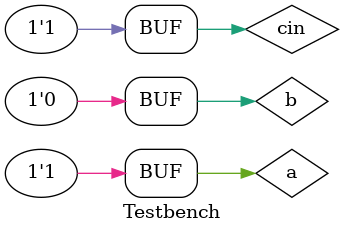
<source format=v>
`timescale 1 ns/10ps

module Testbench;
	reg a, b, cin;
	wire s, cout;
	
	RippleCarryAdder UUT (a, b, cin, s, cout);

	initial begin
		a = 4'b1111;
		b = 4'b0000;
		cin = 0;
		#10;
		
		a = 4'b1111;
		b = 4'b0000;
		cin = 1;
		#10;
	end
endmodule

</source>
